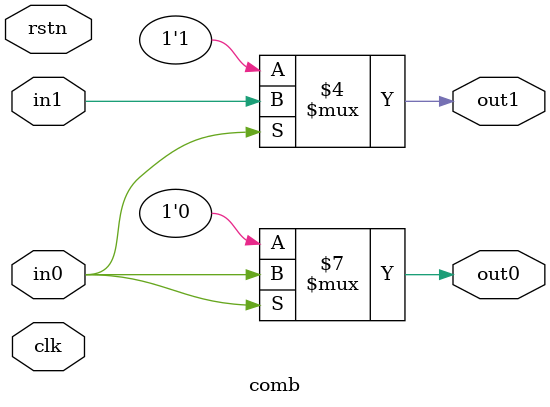
<source format=sv>
module comb (
    input  logic clk,
    input  logic rstn,
    input  logic in0,
    input  logic in1,
    output logic out0,
    output logic out1
);
  always_comb begin
    if (in0 == 0) begin
      out0 = 0;
      out1 = 1;
    end else begin
      out0 = in0;
      out1 = in1;
    end
  end
endmodule

</source>
